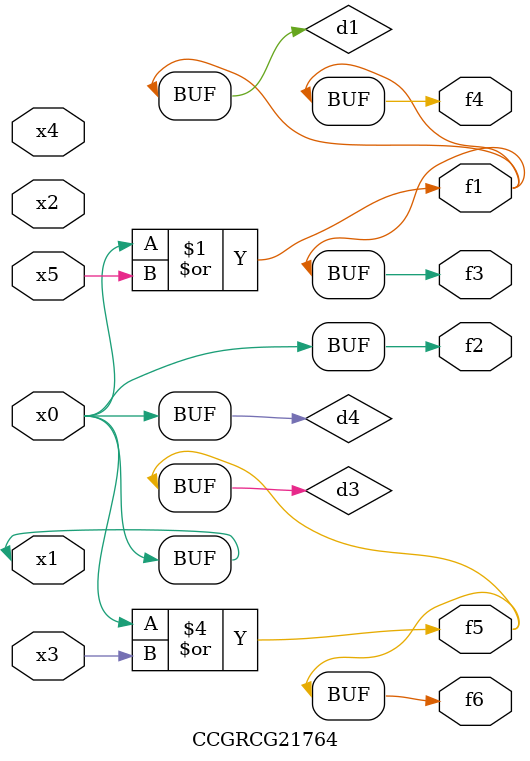
<source format=v>
module CCGRCG21764(
	input x0, x1, x2, x3, x4, x5,
	output f1, f2, f3, f4, f5, f6
);

	wire d1, d2, d3, d4;

	or (d1, x0, x5);
	xnor (d2, x1, x4);
	or (d3, x0, x3);
	buf (d4, x0, x1);
	assign f1 = d1;
	assign f2 = d4;
	assign f3 = d1;
	assign f4 = d1;
	assign f5 = d3;
	assign f6 = d3;
endmodule

</source>
